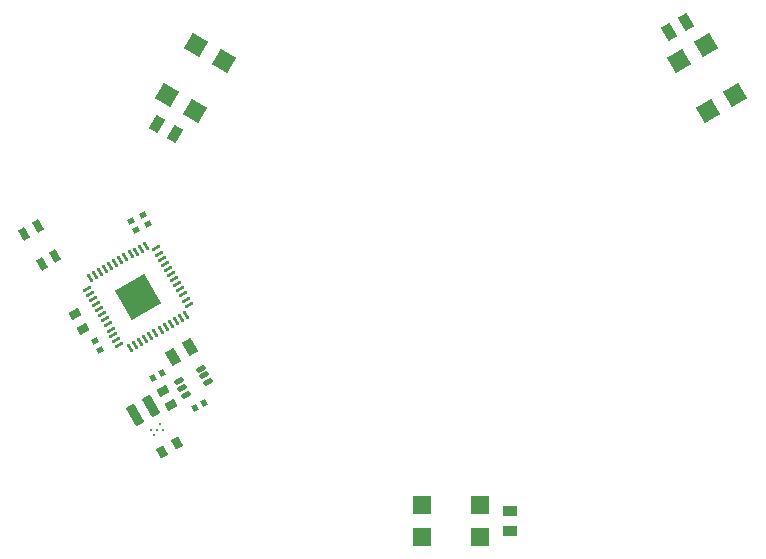
<source format=gtp>
G04*
G04 #@! TF.GenerationSoftware,Altium Limited,CircuitStudio,1.5.2 (30)*
G04*
G04 Layer_Color=7318015*
%FSLAX24Y24*%
%MOIN*%
G70*
G01*
G75*
%ADD10R,0.0591X0.0591*%
G04:AMPARAMS|DCode=11|XSize=39.4mil|YSize=23.6mil|CornerRadius=0mil|HoleSize=0mil|Usage=FLASHONLY|Rotation=120.000|XOffset=0mil|YOffset=0mil|HoleType=Round|Shape=Rectangle|*
%AMROTATEDRECTD11*
4,1,4,0.0201,-0.0111,-0.0004,-0.0230,-0.0201,0.0111,0.0004,0.0230,0.0201,-0.0111,0.0*
%
%ADD11ROTATEDRECTD11*%

G04:AMPARAMS|DCode=12|XSize=51.2mil|YSize=33.5mil|CornerRadius=0mil|HoleSize=0mil|Usage=FLASHONLY|Rotation=120.000|XOffset=0mil|YOffset=0mil|HoleType=Round|Shape=Rectangle|*
%AMROTATEDRECTD12*
4,1,4,0.0273,-0.0138,-0.0017,-0.0305,-0.0273,0.0138,0.0017,0.0305,0.0273,-0.0138,0.0*
%
%ADD12ROTATEDRECTD12*%

G04:AMPARAMS|DCode=13|XSize=17.7mil|YSize=31.5mil|CornerRadius=0mil|HoleSize=0mil|Usage=FLASHONLY|Rotation=300.000|XOffset=0mil|YOffset=0mil|HoleType=Round|Shape=Rectangle|*
%AMROTATEDRECTD13*
4,1,4,-0.0181,-0.0002,0.0092,0.0155,0.0181,0.0002,-0.0092,-0.0155,-0.0181,-0.0002,0.0*
%
%ADD13ROTATEDRECTD13*%

G04:AMPARAMS|DCode=14|XSize=21.7mil|YSize=17.7mil|CornerRadius=0mil|HoleSize=0mil|Usage=FLASHONLY|Rotation=300.000|XOffset=0mil|YOffset=0mil|HoleType=Round|Shape=Rectangle|*
%AMROTATEDRECTD14*
4,1,4,-0.0131,0.0049,0.0023,0.0138,0.0131,-0.0049,-0.0023,-0.0138,-0.0131,0.0049,0.0*
%
%ADD14ROTATEDRECTD14*%

%ADD15C,0.0110*%
G04:AMPARAMS|DCode=16|XSize=35.4mil|YSize=27.6mil|CornerRadius=0mil|HoleSize=0mil|Usage=FLASHONLY|Rotation=120.000|XOffset=0mil|YOffset=0mil|HoleType=Round|Shape=Rectangle|*
%AMROTATEDRECTD16*
4,1,4,0.0208,-0.0085,-0.0031,-0.0222,-0.0208,0.0085,0.0031,0.0222,0.0208,-0.0085,0.0*
%
%ADD16ROTATEDRECTD16*%

G04:AMPARAMS|DCode=17|XSize=35.4mil|YSize=27.6mil|CornerRadius=0mil|HoleSize=0mil|Usage=FLASHONLY|Rotation=210.000|XOffset=0mil|YOffset=0mil|HoleType=Round|Shape=Rectangle|*
%AMROTATEDRECTD17*
4,1,4,0.0085,0.0208,0.0222,-0.0031,-0.0085,-0.0208,-0.0222,0.0031,0.0085,0.0208,0.0*
%
%ADD17ROTATEDRECTD17*%

G04:AMPARAMS|DCode=18|XSize=70.9mil|YSize=31.5mil|CornerRadius=0mil|HoleSize=0mil|Usage=FLASHONLY|Rotation=120.000|XOffset=0mil|YOffset=0mil|HoleType=Round|Shape=Rectangle|*
%AMROTATEDRECTD18*
4,1,4,0.0314,-0.0228,0.0041,-0.0386,-0.0314,0.0228,-0.0041,0.0386,0.0314,-0.0228,0.0*
%
%ADD18ROTATEDRECTD18*%

G04:AMPARAMS|DCode=19|XSize=21.7mil|YSize=17.7mil|CornerRadius=0mil|HoleSize=0mil|Usage=FLASHONLY|Rotation=30.000|XOffset=0mil|YOffset=0mil|HoleType=Round|Shape=Rectangle|*
%AMROTATEDRECTD19*
4,1,4,-0.0049,-0.0131,-0.0138,0.0023,0.0049,0.0131,0.0138,-0.0023,-0.0049,-0.0131,0.0*
%
%ADD19ROTATEDRECTD19*%

G04:AMPARAMS|DCode=20|XSize=9.8mil|YSize=35.4mil|CornerRadius=0mil|HoleSize=0mil|Usage=FLASHONLY|Rotation=120.000|XOffset=0mil|YOffset=0mil|HoleType=Round|Shape=Round|*
%AMOVALD20*
21,1,0.0256,0.0098,0.0000,0.0000,210.0*
1,1,0.0098,0.0111,0.0064*
1,1,0.0098,-0.0111,-0.0064*
%
%ADD20OVALD20*%

G04:AMPARAMS|DCode=21|XSize=9.8mil|YSize=35.4mil|CornerRadius=0mil|HoleSize=0mil|Usage=FLASHONLY|Rotation=30.000|XOffset=0mil|YOffset=0mil|HoleType=Round|Shape=Round|*
%AMOVALD21*
21,1,0.0256,0.0098,0.0000,0.0000,120.0*
1,1,0.0098,0.0064,-0.0111*
1,1,0.0098,-0.0064,0.0111*
%
%ADD21OVALD21*%

%ADD23P,0.0835X4X165.0*%
%ADD24P,0.0835X4X285.0*%
G04:AMPARAMS|DCode=25|XSize=51.2mil|YSize=33.5mil|CornerRadius=0mil|HoleSize=0mil|Usage=FLASHONLY|Rotation=240.000|XOffset=0mil|YOffset=0mil|HoleType=Round|Shape=Rectangle|*
%AMROTATEDRECTD25*
4,1,4,-0.0017,0.0305,0.0273,0.0138,0.0017,-0.0305,-0.0273,-0.0138,-0.0017,0.0305,0.0*
%
%ADD25ROTATEDRECTD25*%

%ADD26R,0.0512X0.0335*%
%ADD44P,0.1592X4X75.0*%
D10*
X376555Y332933D02*
D03*
Y333996D02*
D03*
X374626D02*
D03*
Y332933D02*
D03*
D11*
X362388Y342277D02*
D03*
X361798Y343299D02*
D03*
X361354Y343043D02*
D03*
X361945Y342021D02*
D03*
D12*
X366880Y339274D02*
D03*
X366301Y338940D02*
D03*
X383420Y350100D02*
D03*
X382840Y349766D02*
D03*
D13*
X366752Y337674D02*
D03*
X366624Y337895D02*
D03*
X366496Y338117D02*
D03*
X367229Y338540D02*
D03*
X367357Y338319D02*
D03*
X367485Y338097D02*
D03*
D14*
X367344Y337396D02*
D03*
X367037Y337219D02*
D03*
X365944Y338396D02*
D03*
X365637Y338218D02*
D03*
D15*
X365889Y336678D02*
D03*
X365987Y336507D02*
D03*
X365791Y336507D02*
D03*
X365594Y336507D02*
D03*
X365692Y336337D02*
D03*
D16*
X365952Y335769D02*
D03*
X366429Y336045D02*
D03*
D17*
X366256Y337311D02*
D03*
X365980Y337788D02*
D03*
X363053Y340346D02*
D03*
X363328Y339868D02*
D03*
D18*
X365045Y336992D02*
D03*
X365591Y337307D02*
D03*
D19*
X363702Y339461D02*
D03*
X363879Y339154D02*
D03*
X364902Y343461D02*
D03*
X365079Y343154D02*
D03*
X365479Y343354D02*
D03*
X365302Y343661D02*
D03*
D20*
X363441Y341207D02*
D03*
X363540Y341036D02*
D03*
X363638Y340866D02*
D03*
X363736Y340695D02*
D03*
X363835Y340525D02*
D03*
X363933Y340355D02*
D03*
X364032Y340184D02*
D03*
X364130Y340014D02*
D03*
X364229Y339843D02*
D03*
X364327Y339673D02*
D03*
X364425Y339502D02*
D03*
X364524Y339332D02*
D03*
X366842Y340670D02*
D03*
X366744Y340841D02*
D03*
X366645Y341011D02*
D03*
X366547Y341182D02*
D03*
X366449Y341352D02*
D03*
X366350Y341523D02*
D03*
X366252Y341693D02*
D03*
X366153Y341864D02*
D03*
X366055Y342034D02*
D03*
X365956Y342205D02*
D03*
X365858Y342375D02*
D03*
X365760Y342546D02*
D03*
D21*
X364873Y339238D02*
D03*
X365044Y339336D02*
D03*
X365214Y339435D02*
D03*
X365385Y339533D02*
D03*
X365555Y339632D02*
D03*
X365726Y339730D02*
D03*
X365896Y339829D02*
D03*
X366067Y339927D02*
D03*
X366237Y340025D02*
D03*
X366408Y340124D02*
D03*
X366578Y340222D02*
D03*
X366749Y340321D02*
D03*
X365410Y342639D02*
D03*
X365240Y342541D02*
D03*
X365069Y342442D02*
D03*
X364899Y342344D02*
D03*
X364728Y342245D02*
D03*
X364558Y342147D02*
D03*
X364387Y342049D02*
D03*
X364217Y341950D02*
D03*
X364046Y341852D02*
D03*
X363876Y341753D02*
D03*
X363705Y341655D02*
D03*
X363535Y341556D02*
D03*
D23*
X385057Y347659D02*
D03*
X384136Y347127D02*
D03*
X383172Y348798D02*
D03*
X384092Y349329D02*
D03*
D24*
X367089D02*
D03*
X368009Y348798D02*
D03*
X367045Y347127D02*
D03*
X366124Y347659D02*
D03*
D25*
X365793Y346691D02*
D03*
X366372Y346356D02*
D03*
D26*
X377559Y333799D02*
D03*
Y333130D02*
D03*
D44*
X365142Y340939D02*
D03*
M02*

</source>
